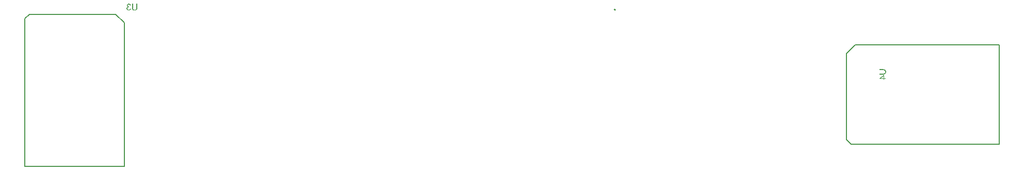
<source format=gbo>
G04*
G04 #@! TF.GenerationSoftware,Altium Limited,Altium Designer,22.5.1 (42)*
G04*
G04 Layer_Color=32896*
%FSLAX44Y44*%
%MOMM*%
G71*
G04*
G04 #@! TF.SameCoordinates,C796FD1A-AD25-48EF-AA2C-5B7F1B644D0D*
G04*
G04*
G04 #@! TF.FilePolarity,Positive*
G04*
G01*
G75*
%ADD12C,0.2000*%
G36*
X118641Y-263050D02*
X118924Y-263066D01*
X119191Y-263097D01*
X119427Y-263129D01*
X119647Y-263160D01*
X119852Y-263207D01*
X120040Y-263239D01*
X120213Y-263270D01*
X120355Y-263318D01*
X120480Y-263349D01*
X120575Y-263381D01*
X120653Y-263412D01*
X120716Y-263428D01*
X120748Y-263443D01*
X120764D01*
X121109Y-263616D01*
X121424Y-263836D01*
X121675Y-264056D01*
X121896Y-264292D01*
X122069Y-264497D01*
X122194Y-264670D01*
X122226Y-264733D01*
X122257Y-264780D01*
X122289Y-264811D01*
Y-264827D01*
X122462Y-265220D01*
X122587Y-265629D01*
X122682Y-266053D01*
X122745Y-266446D01*
X122760Y-266619D01*
X122776Y-266792D01*
X122792Y-266950D01*
Y-267075D01*
X122807Y-267185D01*
Y-267327D01*
X122776Y-267893D01*
X122745Y-268144D01*
X122713Y-268380D01*
X122666Y-268616D01*
X122619Y-268820D01*
X122572Y-269009D01*
X122509Y-269182D01*
X122446Y-269339D01*
X122399Y-269465D01*
X122352Y-269591D01*
X122304Y-269685D01*
X122257Y-269764D01*
X122241Y-269811D01*
X122210Y-269842D01*
Y-269858D01*
X121974Y-270204D01*
X121707Y-270487D01*
X121455Y-270707D01*
X121204Y-270896D01*
X120984Y-271037D01*
X120811Y-271132D01*
X120748Y-271163D01*
X120701Y-271195D01*
X120669Y-271210D01*
X120653D01*
X120465Y-271273D01*
X120260Y-271336D01*
X119836Y-271430D01*
X119396Y-271493D01*
X118971Y-271541D01*
X118782Y-271556D01*
X118594Y-271572D01*
X118436D01*
X118295Y-271588D01*
X118185D01*
X118106D01*
X118043D01*
X118028D01*
X111739D01*
Y-270141D01*
X118028D01*
X118389D01*
X118735Y-270110D01*
X119034Y-270078D01*
X119317Y-270031D01*
X119569Y-269984D01*
X119804Y-269921D01*
X120009Y-269874D01*
X120182Y-269811D01*
X120323Y-269748D01*
X120465Y-269685D01*
X120559Y-269622D01*
X120653Y-269575D01*
X120716Y-269528D01*
X120764Y-269497D01*
X120779Y-269481D01*
X120795Y-269465D01*
X120921Y-269324D01*
X121031Y-269166D01*
X121204Y-268820D01*
X121329Y-268459D01*
X121408Y-268081D01*
X121471Y-267736D01*
X121487Y-267594D01*
Y-267453D01*
X121502Y-267358D01*
Y-267201D01*
X121487Y-266871D01*
X121440Y-266572D01*
X121392Y-266289D01*
X121314Y-266069D01*
X121251Y-265880D01*
X121204Y-265739D01*
X121157Y-265660D01*
X121141Y-265629D01*
X120999Y-265409D01*
X120826Y-265220D01*
X120653Y-265063D01*
X120496Y-264953D01*
X120339Y-264858D01*
X120229Y-264780D01*
X120150Y-264748D01*
X120119Y-264733D01*
X119977Y-264685D01*
X119836Y-264654D01*
X119506Y-264591D01*
X119160Y-264544D01*
X118814Y-264513D01*
X118515Y-264497D01*
X118374D01*
X118264Y-264481D01*
X118169D01*
X118091D01*
X118043D01*
X118028D01*
X111739D01*
Y-263035D01*
X118028D01*
X118342D01*
X118641Y-263050D01*
D02*
G37*
G36*
X120009Y-277719D02*
X122619D01*
Y-279056D01*
X120009D01*
Y-280534D01*
X118782D01*
Y-279056D01*
X111739D01*
Y-277971D01*
X118782Y-272987D01*
X120009D01*
Y-277719D01*
D02*
G37*
G36*
X-1118757Y-155340D02*
X-1118333Y-155419D01*
X-1117971Y-155545D01*
X-1117656Y-155671D01*
X-1117515Y-155749D01*
X-1117405Y-155812D01*
X-1117295Y-155875D01*
X-1117216Y-155938D01*
X-1117153Y-155985D01*
X-1117106Y-156017D01*
X-1117075Y-156032D01*
X-1117059Y-156048D01*
X-1116760Y-156347D01*
X-1116524Y-156677D01*
X-1116336Y-157023D01*
X-1116179Y-157369D01*
X-1116084Y-157667D01*
X-1116037Y-157793D01*
X-1116005Y-157903D01*
X-1115990Y-157998D01*
X-1115974Y-158060D01*
X-1115958Y-158108D01*
Y-158123D01*
X-1117295Y-158359D01*
X-1117358Y-158013D01*
X-1117452Y-157715D01*
X-1117562Y-157463D01*
X-1117672Y-157259D01*
X-1117782Y-157101D01*
X-1117877Y-156991D01*
X-1117939Y-156913D01*
X-1117955Y-156897D01*
X-1118159Y-156740D01*
X-1118380Y-156614D01*
X-1118584Y-156535D01*
X-1118788Y-156473D01*
X-1118977Y-156441D01*
X-1119119Y-156410D01*
X-1119244D01*
X-1119527Y-156425D01*
X-1119779Y-156488D01*
X-1119999Y-156567D01*
X-1120188Y-156645D01*
X-1120329Y-156740D01*
X-1120439Y-156818D01*
X-1120518Y-156881D01*
X-1120534Y-156897D01*
X-1120707Y-157086D01*
X-1120832Y-157290D01*
X-1120911Y-157494D01*
X-1120974Y-157683D01*
X-1121005Y-157856D01*
X-1121037Y-157982D01*
Y-158076D01*
Y-158092D01*
Y-158108D01*
Y-158281D01*
X-1121005Y-158438D01*
X-1120927Y-158705D01*
X-1120817Y-158941D01*
X-1120691Y-159145D01*
X-1120565Y-159287D01*
X-1120455Y-159397D01*
X-1120376Y-159460D01*
X-1120361Y-159475D01*
X-1120345D01*
X-1120078Y-159617D01*
X-1119826Y-159727D01*
X-1119559Y-159806D01*
X-1119323Y-159853D01*
X-1119119Y-159884D01*
X-1118946Y-159916D01*
X-1118741D01*
X-1118678Y-159900D01*
X-1118600D01*
X-1118443Y-161079D01*
X-1118647Y-161032D01*
X-1118836Y-161001D01*
X-1118993Y-160969D01*
X-1119134Y-160953D01*
X-1119244Y-160938D01*
X-1119386D01*
X-1119716Y-160969D01*
X-1120015Y-161032D01*
X-1120282Y-161126D01*
X-1120502Y-161236D01*
X-1120675Y-161346D01*
X-1120801Y-161441D01*
X-1120880Y-161504D01*
X-1120911Y-161535D01*
X-1121115Y-161771D01*
X-1121273Y-162022D01*
X-1121383Y-162274D01*
X-1121446Y-162526D01*
X-1121493Y-162730D01*
X-1121508Y-162903D01*
X-1121524Y-162966D01*
Y-163013D01*
Y-163044D01*
Y-163060D01*
X-1121493Y-163406D01*
X-1121414Y-163721D01*
X-1121320Y-163988D01*
X-1121194Y-164224D01*
X-1121068Y-164412D01*
X-1120974Y-164554D01*
X-1120895Y-164648D01*
X-1120864Y-164680D01*
X-1120612Y-164900D01*
X-1120345Y-165057D01*
X-1120078Y-165167D01*
X-1119826Y-165246D01*
X-1119606Y-165293D01*
X-1119433Y-165309D01*
X-1119370Y-165324D01*
X-1119276D01*
X-1118993Y-165309D01*
X-1118726Y-165246D01*
X-1118490Y-165167D01*
X-1118301Y-165073D01*
X-1118144Y-164994D01*
X-1118018Y-164916D01*
X-1117955Y-164853D01*
X-1117924Y-164837D01*
X-1117735Y-164617D01*
X-1117578Y-164365D01*
X-1117436Y-164098D01*
X-1117326Y-163815D01*
X-1117248Y-163579D01*
X-1117216Y-163469D01*
X-1117200Y-163375D01*
X-1117185Y-163296D01*
X-1117169Y-163233D01*
X-1117153Y-163202D01*
Y-163186D01*
X-1115817Y-163359D01*
X-1115848Y-163610D01*
X-1115895Y-163846D01*
X-1116037Y-164287D01*
X-1116210Y-164664D01*
X-1116304Y-164821D01*
X-1116399Y-164978D01*
X-1116493Y-165120D01*
X-1116587Y-165230D01*
X-1116666Y-165340D01*
X-1116745Y-165419D01*
X-1116792Y-165481D01*
X-1116839Y-165529D01*
X-1116870Y-165560D01*
X-1116886Y-165576D01*
X-1117075Y-165717D01*
X-1117263Y-165859D01*
X-1117452Y-165969D01*
X-1117656Y-166063D01*
X-1118049Y-166220D01*
X-1118427Y-166315D01*
X-1118600Y-166346D01*
X-1118757Y-166378D01*
X-1118898Y-166393D01*
X-1119024Y-166409D01*
X-1119119Y-166425D01*
X-1119260D01*
X-1119559Y-166409D01*
X-1119826Y-166378D01*
X-1120093Y-166331D01*
X-1120345Y-166268D01*
X-1120581Y-166189D01*
X-1120785Y-166110D01*
X-1120990Y-166016D01*
X-1121163Y-165922D01*
X-1121336Y-165843D01*
X-1121477Y-165749D01*
X-1121603Y-165670D01*
X-1121697Y-165592D01*
X-1121776Y-165529D01*
X-1121839Y-165481D01*
X-1121870Y-165450D01*
X-1121886Y-165434D01*
X-1122075Y-165246D01*
X-1122232Y-165041D01*
X-1122373Y-164837D01*
X-1122499Y-164632D01*
X-1122593Y-164444D01*
X-1122688Y-164239D01*
X-1122813Y-163862D01*
X-1122845Y-163689D01*
X-1122876Y-163532D01*
X-1122908Y-163390D01*
X-1122924Y-163265D01*
X-1122939Y-163170D01*
Y-163092D01*
Y-163044D01*
Y-163029D01*
X-1122924Y-162651D01*
X-1122861Y-162306D01*
X-1122766Y-162007D01*
X-1122672Y-161755D01*
X-1122578Y-161551D01*
X-1122483Y-161394D01*
X-1122420Y-161299D01*
X-1122405Y-161268D01*
X-1122185Y-161032D01*
X-1121949Y-160828D01*
X-1121697Y-160670D01*
X-1121446Y-160545D01*
X-1121225Y-160450D01*
X-1121052Y-160387D01*
X-1120990Y-160372D01*
X-1120942Y-160356D01*
X-1120911Y-160340D01*
X-1120895D01*
X-1121163Y-160199D01*
X-1121383Y-160057D01*
X-1121571Y-159900D01*
X-1121729Y-159759D01*
X-1121854Y-159633D01*
X-1121949Y-159523D01*
X-1121996Y-159460D01*
X-1122012Y-159428D01*
X-1122137Y-159208D01*
X-1122232Y-158988D01*
X-1122310Y-158768D01*
X-1122357Y-158564D01*
X-1122389Y-158391D01*
X-1122405Y-158265D01*
Y-158170D01*
Y-158139D01*
X-1122389Y-157872D01*
X-1122342Y-157605D01*
X-1122279Y-157369D01*
X-1122200Y-157164D01*
X-1122122Y-156991D01*
X-1122059Y-156850D01*
X-1122012Y-156771D01*
X-1121996Y-156740D01*
X-1121839Y-156504D01*
X-1121650Y-156299D01*
X-1121461Y-156127D01*
X-1121273Y-155969D01*
X-1121115Y-155859D01*
X-1120974Y-155765D01*
X-1120880Y-155718D01*
X-1120864Y-155702D01*
X-1120848D01*
X-1120565Y-155576D01*
X-1120282Y-155482D01*
X-1119999Y-155403D01*
X-1119747Y-155356D01*
X-1119543Y-155325D01*
X-1119370Y-155309D01*
X-1118977D01*
X-1118757Y-155340D01*
D02*
G37*
G36*
X-1105393Y-161645D02*
Y-161960D01*
X-1105408Y-162258D01*
X-1105424Y-162541D01*
X-1105456Y-162809D01*
X-1105487Y-163044D01*
X-1105519Y-163265D01*
X-1105566Y-163469D01*
X-1105597Y-163658D01*
X-1105629Y-163831D01*
X-1105676Y-163972D01*
X-1105707Y-164098D01*
X-1105739Y-164192D01*
X-1105770Y-164271D01*
X-1105786Y-164334D01*
X-1105802Y-164365D01*
Y-164381D01*
X-1105975Y-164727D01*
X-1106195Y-165041D01*
X-1106415Y-165293D01*
X-1106651Y-165513D01*
X-1106855Y-165686D01*
X-1107028Y-165812D01*
X-1107091Y-165843D01*
X-1107138Y-165875D01*
X-1107169Y-165906D01*
X-1107185D01*
X-1107578Y-166079D01*
X-1107987Y-166205D01*
X-1108411Y-166299D01*
X-1108805Y-166362D01*
X-1108978Y-166378D01*
X-1109150Y-166393D01*
X-1109308Y-166409D01*
X-1109434D01*
X-1109544Y-166425D01*
X-1109685D01*
X-1110251Y-166393D01*
X-1110503Y-166362D01*
X-1110739Y-166331D01*
X-1110974Y-166283D01*
X-1111179Y-166236D01*
X-1111367Y-166189D01*
X-1111540Y-166126D01*
X-1111697Y-166063D01*
X-1111823Y-166016D01*
X-1111949Y-165969D01*
X-1112043Y-165922D01*
X-1112122Y-165875D01*
X-1112169Y-165859D01*
X-1112201Y-165827D01*
X-1112216D01*
X-1112562Y-165592D01*
X-1112845Y-165324D01*
X-1113065Y-165073D01*
X-1113254Y-164821D01*
X-1113396Y-164601D01*
X-1113490Y-164428D01*
X-1113521Y-164365D01*
X-1113553Y-164318D01*
X-1113568Y-164287D01*
Y-164271D01*
X-1113631Y-164082D01*
X-1113694Y-163878D01*
X-1113789Y-163453D01*
X-1113851Y-163013D01*
X-1113899Y-162589D01*
X-1113914Y-162400D01*
X-1113930Y-162211D01*
Y-162054D01*
X-1113946Y-161912D01*
Y-161802D01*
Y-161724D01*
Y-161661D01*
Y-161645D01*
Y-155356D01*
X-1112499D01*
Y-161645D01*
Y-162007D01*
X-1112468Y-162353D01*
X-1112437Y-162651D01*
X-1112389Y-162934D01*
X-1112342Y-163186D01*
X-1112279Y-163422D01*
X-1112232Y-163626D01*
X-1112169Y-163799D01*
X-1112106Y-163941D01*
X-1112043Y-164082D01*
X-1111981Y-164177D01*
X-1111933Y-164271D01*
X-1111886Y-164334D01*
X-1111855Y-164381D01*
X-1111839Y-164397D01*
X-1111823Y-164412D01*
X-1111682Y-164538D01*
X-1111525Y-164648D01*
X-1111179Y-164821D01*
X-1110817Y-164947D01*
X-1110440Y-165026D01*
X-1110094Y-165088D01*
X-1109952Y-165104D01*
X-1109811D01*
X-1109716Y-165120D01*
X-1109559D01*
X-1109229Y-165104D01*
X-1108930Y-165057D01*
X-1108647Y-165010D01*
X-1108427Y-164931D01*
X-1108239Y-164868D01*
X-1108097Y-164821D01*
X-1108018Y-164774D01*
X-1107987Y-164758D01*
X-1107767Y-164617D01*
X-1107578Y-164444D01*
X-1107421Y-164271D01*
X-1107311Y-164114D01*
X-1107217Y-163956D01*
X-1107138Y-163846D01*
X-1107106Y-163768D01*
X-1107091Y-163736D01*
X-1107044Y-163595D01*
X-1107012Y-163453D01*
X-1106949Y-163123D01*
X-1106902Y-162777D01*
X-1106871Y-162431D01*
X-1106855Y-162133D01*
Y-161991D01*
X-1106839Y-161881D01*
Y-161787D01*
Y-161708D01*
Y-161661D01*
Y-161645D01*
Y-155356D01*
X-1105393D01*
Y-161645D01*
D02*
G37*
%LPC*%
G36*
X118782Y-274292D02*
X113908Y-277719D01*
X118782D01*
Y-274292D01*
D02*
G37*
%LPD*%
D12*
X-320837Y-165034D02*
G03*
X-320837Y-165034I-1000J0D01*
G01*
X-1140556Y-172564D02*
X-1126556Y-186564D01*
X-1289557Y-179564D02*
X-1282557Y-172564D01*
X-1289557Y-422564D02*
Y-179564D01*
Y-422564D02*
X-1126556D01*
Y-186564D01*
X-1282557Y-172564D02*
X-1140556D01*
X58263Y-237034D02*
X72263Y-223034D01*
X58263Y-379034D02*
X65263Y-386034D01*
X308263D01*
Y-223034D01*
X72263D02*
X308263D01*
X58263Y-379034D02*
Y-237034D01*
M02*

</source>
